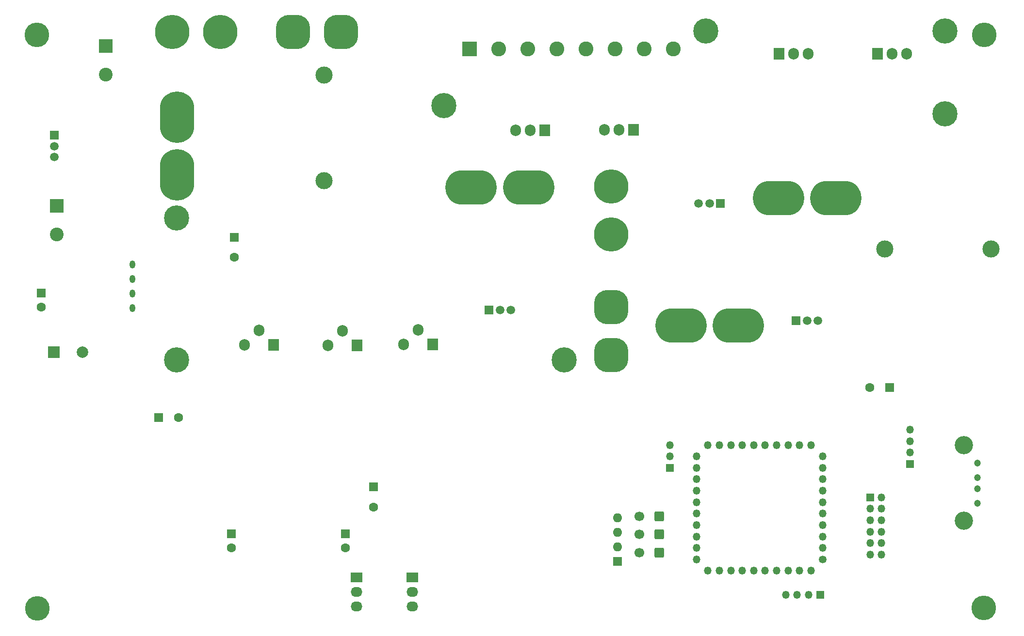
<source format=gbs>
%TF.GenerationSoftware,KiCad,Pcbnew,(6.0.0-rc1-489-g57af990066)*%
%TF.CreationDate,2021-12-17T02:29:25+00:00*%
%TF.ProjectId,solarpump_main,736f6c61-7270-4756-9d70-5f6d61696e2e,1.0*%
%TF.SameCoordinates,Original*%
%TF.FileFunction,Soldermask,Bot*%
%TF.FilePolarity,Negative*%
%FSLAX46Y46*%
G04 Gerber Fmt 4.6, Leading zero omitted, Abs format (unit mm)*
G04 Created by KiCad (PCBNEW (6.0.0-rc1-489-g57af990066)) date 2021-12-17 02:29:25*
%MOMM*%
%LPD*%
G01*
G04 APERTURE LIST*
G04 Aperture macros list*
%AMRoundRect*
0 Rectangle with rounded corners*
0 $1 Rounding radius*
0 $2 $3 $4 $5 $6 $7 $8 $9 X,Y pos of 4 corners*
0 Add a 4 corners polygon primitive as box body*
4,1,4,$2,$3,$4,$5,$6,$7,$8,$9,$2,$3,0*
0 Add four circle primitives for the rounded corners*
1,1,$1+$1,$2,$3*
1,1,$1+$1,$4,$5*
1,1,$1+$1,$6,$7*
1,1,$1+$1,$8,$9*
0 Add four rect primitives between the rounded corners*
20,1,$1+$1,$2,$3,$4,$5,0*
20,1,$1+$1,$4,$5,$6,$7,0*
20,1,$1+$1,$6,$7,$8,$9,0*
20,1,$1+$1,$8,$9,$2,$3,0*%
%AMHorizOval*
0 Thick line with rounded ends*
0 $1 width*
0 $2 $3 position (X,Y) of the first rounded end (center of the circle)*
0 $4 $5 position (X,Y) of the second rounded end (center of the circle)*
0 Add line between two ends*
20,1,$1,$2,$3,$4,$5,0*
0 Add two circle primitives to create the rounded ends*
1,1,$1,$2,$3*
1,1,$1,$4,$5*%
G04 Aperture macros list end*
%ADD10C,0.700000*%
%ADD11C,4.400000*%
%ADD12R,1.600000X1.600000*%
%ADD13C,1.600000*%
%ADD14C,1.200000*%
%ADD15C,3.200000*%
%ADD16RoundRect,0.250000X0.600000X0.600000X-0.600000X0.600000X-0.600000X-0.600000X0.600000X-0.600000X0*%
%ADD17C,1.700000*%
%ADD18R,1.500000X1.500000*%
%ADD19C,1.500000*%
%ADD20HorizOval,0.800000X0.000000X0.000000X0.000000X0.000000X0*%
%ADD21C,0.800000*%
%ADD22O,9.000000X6.000000*%
%ADD23HorizOval,0.800000X0.000000X0.000000X0.000000X0.000000X0*%
%ADD24C,3.000000*%
%ADD25C,1.350000*%
%ADD26O,1.350000X1.350000*%
%ADD27O,1.000000X1.400000*%
%ADD28R,1.350000X1.350000*%
%ADD29R,1.905000X2.000000*%
%ADD30O,1.905000X2.000000*%
%ADD31R,2.030000X1.730000*%
%ADD32O,2.030000X1.730000*%
%ADD33RoundRect,2.400000X-0.600000X0.600000X-0.600000X-0.600000X0.600000X-0.600000X0.600000X0.600000X0*%
%ADD34RoundRect,2.400000X0.600000X0.600000X-0.600000X0.600000X-0.600000X-0.600000X0.600000X-0.600000X0*%
%ADD35C,6.000000*%
%ADD36R,2.400000X2.400000*%
%ADD37C,2.400000*%
%ADD38C,4.300000*%
%ADD39O,1.600000X1.600000*%
%ADD40R,2.000000X2.000000*%
%ADD41C,2.000000*%
%ADD42HorizOval,0.800000X0.000000X0.000000X0.000000X0.000000X0*%
%ADD43HorizOval,0.800000X0.000000X0.000000X0.000000X0.000000X0*%
%ADD44R,2.600000X2.600000*%
%ADD45C,2.600000*%
%ADD46HorizOval,0.800000X0.000000X0.000000X0.000000X0.000000X0*%
%ADD47O,6.000000X9.000000*%
%ADD48HorizOval,0.800000X0.000000X0.000000X0.000000X0.000000X0*%
%ADD49RoundRect,2.400000X0.600000X-0.600000X0.600000X0.600000X-0.600000X0.600000X-0.600000X-0.600000X0*%
G04 APERTURE END LIST*
D10*
%TO.C,HS4*%
X139105000Y-65191000D03*
D11*
X139105000Y-63541000D03*
D10*
X139105000Y-61891000D03*
X140271726Y-64707726D03*
X137938274Y-62374274D03*
X140755000Y-63541000D03*
X137938274Y-64707726D03*
X137455000Y-63541000D03*
X140271726Y-62374274D03*
%TD*%
D12*
%TO.C,CP7*%
X171255000Y-125891000D03*
D13*
X167755000Y-125891000D03*
%TD*%
D14*
%TO.C,J4*%
X186594635Y-139066000D03*
X186594635Y-141566000D03*
X186594635Y-143566000D03*
X186594635Y-146066000D03*
D15*
X184194635Y-149166000D03*
X184194635Y-135966000D03*
%TD*%
D16*
%TO.C,TH1*%
X131020155Y-154686000D03*
D17*
X127520155Y-154686000D03*
%TD*%
D18*
%TO.C,U6*%
X101289675Y-112277630D03*
D19*
X103199675Y-112277630D03*
X105109675Y-112277630D03*
D20*
X104249675Y-90247630D03*
D21*
X112149675Y-90247630D03*
X104999675Y-92537630D03*
X104999675Y-89217630D03*
X106199675Y-88827630D03*
X110199675Y-88827630D03*
X107529675Y-88827630D03*
X111399675Y-89217630D03*
X107529675Y-92927630D03*
D22*
X108199675Y-90877630D03*
D21*
X108869675Y-88827630D03*
X111399675Y-92537630D03*
D23*
X104249675Y-91507630D03*
D21*
X108869675Y-92927630D03*
X110199675Y-92927630D03*
X112149675Y-91507630D03*
X106199675Y-92927630D03*
X98869675Y-88827630D03*
X100199675Y-92927630D03*
X94249675Y-91507630D03*
D20*
X102149675Y-91507630D03*
D21*
X98869675Y-92927630D03*
X96199675Y-92927630D03*
X101399675Y-92537630D03*
X100199675Y-88827630D03*
X94999675Y-89217630D03*
X101399675Y-89217630D03*
D22*
X98199675Y-90877630D03*
D21*
X94249675Y-90247630D03*
X96199675Y-88827630D03*
D23*
X102149675Y-90247630D03*
D21*
X97529675Y-88827630D03*
X97529675Y-92927630D03*
X94999675Y-92537630D03*
%TD*%
D16*
%TO.C,TH3*%
X131020155Y-148336000D03*
D17*
X127520155Y-148336000D03*
%TD*%
D24*
%TO.C,L1*%
X72536235Y-89734000D03*
X72536235Y-71234000D03*
%TD*%
D25*
%TO.C,MCU1*%
X159505000Y-155891000D03*
D26*
X159505000Y-153891000D03*
X159505000Y-151891000D03*
X159505000Y-149891000D03*
X159505000Y-147891000D03*
X159505000Y-145891000D03*
X159505000Y-143891000D03*
X159505000Y-141891000D03*
X159505000Y-139891000D03*
X159505000Y-137891000D03*
X157505000Y-135891000D03*
X155505000Y-135891000D03*
X153505000Y-135891000D03*
X151505000Y-135891000D03*
X149505000Y-135891000D03*
X147505000Y-135891000D03*
X145505000Y-135891000D03*
X143505000Y-135891000D03*
X141505000Y-135891000D03*
X139505000Y-135891000D03*
X137505000Y-137891000D03*
X137505000Y-139891000D03*
X137505000Y-141891000D03*
X137505000Y-143891000D03*
X137505000Y-145891000D03*
X137505000Y-147891000D03*
X137505000Y-149891000D03*
X137505000Y-151891000D03*
X137505000Y-153891000D03*
X137505000Y-155891000D03*
X139505000Y-157891000D03*
X141505000Y-157891000D03*
X143505000Y-157891000D03*
X145505000Y-157891000D03*
X147505000Y-157891000D03*
X149505000Y-157891000D03*
X151505000Y-157891000D03*
X153505000Y-157891000D03*
X155505000Y-157891000D03*
X157505000Y-157891000D03*
%TD*%
D27*
%TO.C,U5*%
X39031235Y-104316000D03*
X39031235Y-106856000D03*
X39031235Y-109396000D03*
X39031235Y-111936000D03*
%TD*%
D12*
%TO.C,CP6*%
X43605635Y-131136000D03*
D13*
X47105635Y-131136000D03*
%TD*%
D28*
%TO.C,J5*%
X167820155Y-145059070D03*
D26*
X169820155Y-145059070D03*
X167820155Y-147059070D03*
X169820155Y-147059070D03*
X167820155Y-149059070D03*
X169820155Y-149059070D03*
X167820155Y-151059070D03*
X169820155Y-151059070D03*
X167820155Y-153059070D03*
X169820155Y-153059070D03*
X167820155Y-155059070D03*
X169820155Y-155059070D03*
%TD*%
D16*
%TO.C,TH2*%
X131020155Y-151511000D03*
D17*
X127520155Y-151511000D03*
%TD*%
D29*
%TO.C,Q2*%
X91495000Y-118333500D03*
D30*
X88955000Y-115793500D03*
X86415000Y-118333500D03*
%TD*%
D28*
%TO.C,J13*%
X159080200Y-162052000D03*
D26*
X157080200Y-162052000D03*
X155080200Y-162052000D03*
X153080200Y-162052000D03*
%TD*%
D31*
%TO.C,J8*%
X78181235Y-159016000D03*
D32*
X78181235Y-161556000D03*
X78181235Y-164096000D03*
%TD*%
D33*
%TO.C,F1*%
X75505000Y-63741000D03*
D34*
X67105000Y-63741000D03*
D35*
X46005000Y-63741000D03*
X54405000Y-63741000D03*
%TD*%
D10*
%TO.C,HS6*%
X95055000Y-76541000D03*
X92238274Y-75374274D03*
X91755000Y-76541000D03*
D11*
X93405000Y-76541000D03*
D10*
X94571726Y-77707726D03*
X92238274Y-77707726D03*
X93405000Y-78191000D03*
X93405000Y-74891000D03*
X94571726Y-75374274D03*
%TD*%
D36*
%TO.C,CP3*%
X25876435Y-94116000D03*
D37*
X25876435Y-99116000D03*
%TD*%
D38*
%TO.C,H4*%
X22455000Y-164491000D03*
%TD*%
D10*
%TO.C,HS5*%
X179688274Y-64707726D03*
X182505000Y-63541000D03*
X179205000Y-63541000D03*
D11*
X180855000Y-63541000D03*
D10*
X179688274Y-62374274D03*
X182021726Y-62374274D03*
X180855000Y-61891000D03*
X182021726Y-64707726D03*
X180855000Y-65191000D03*
%TD*%
D29*
%TO.C,Q8*%
X151905000Y-67541000D03*
D30*
X154445000Y-67541000D03*
X156985000Y-67541000D03*
%TD*%
D12*
%TO.C,RN1*%
X123705000Y-156259070D03*
D39*
X123705000Y-153719070D03*
X123705000Y-151179070D03*
X123705000Y-148639070D03*
%TD*%
D12*
%TO.C,C31*%
X56305635Y-151405200D03*
D13*
X56305635Y-153905200D03*
%TD*%
D24*
%TO.C,L5*%
X188905000Y-101641000D03*
X170405000Y-101641000D03*
%TD*%
D40*
%TO.C,CP4*%
X25368435Y-119655200D03*
D41*
X30368435Y-119655200D03*
%TD*%
D29*
%TO.C,Q3*%
X78231235Y-118486000D03*
D30*
X75691235Y-115946000D03*
X73151235Y-118486000D03*
%TD*%
D28*
%TO.C,J3*%
X174771235Y-139213200D03*
D26*
X174771235Y-137213200D03*
X174771235Y-135213200D03*
X174771235Y-133213200D03*
%TD*%
D28*
%TO.C,J2*%
X132842000Y-139891000D03*
D26*
X132842000Y-137891000D03*
X132842000Y-135891000D03*
%TD*%
D10*
%TO.C,HS7*%
X182021726Y-76849274D03*
X180855000Y-79666000D03*
X179688274Y-79182726D03*
X179688274Y-76849274D03*
X182505000Y-78016000D03*
X182021726Y-79182726D03*
X180855000Y-76366000D03*
X179205000Y-78016000D03*
D11*
X180855000Y-78016000D03*
%TD*%
D36*
%TO.C,CP1*%
X34405000Y-66141000D03*
D37*
X34405000Y-71141000D03*
%TD*%
D12*
%TO.C,CP2*%
X56805000Y-99589200D03*
D13*
X56805000Y-103089200D03*
%TD*%
D29*
%TO.C,Q12*%
X126555000Y-80847630D03*
D30*
X124015000Y-80847630D03*
X121475000Y-80847630D03*
%TD*%
D31*
%TO.C,J9*%
X87954035Y-159016000D03*
D32*
X87954035Y-161556000D03*
X87954035Y-164096000D03*
%TD*%
D12*
%TO.C,C30*%
X76219235Y-151405200D03*
D13*
X76219235Y-153905200D03*
%TD*%
D10*
%TO.C,HS1*%
X45638274Y-122182726D03*
X47971726Y-119849274D03*
X45638274Y-119849274D03*
X46805000Y-122666000D03*
X45155000Y-121016000D03*
X47971726Y-122182726D03*
X48455000Y-121016000D03*
D11*
X46805000Y-121016000D03*
D10*
X46805000Y-119366000D03*
%TD*%
D29*
%TO.C,Q11*%
X111005000Y-80877630D03*
D30*
X108465000Y-80877630D03*
X105925000Y-80877630D03*
%TD*%
D10*
%TO.C,HS3*%
X45155000Y-96191000D03*
X46805000Y-94541000D03*
D11*
X46805000Y-96191000D03*
D10*
X47971726Y-95024274D03*
X45638274Y-97357726D03*
X46805000Y-97841000D03*
X45638274Y-95024274D03*
X48455000Y-96191000D03*
X47971726Y-97357726D03*
%TD*%
D38*
%TO.C,H2*%
X187755000Y-64241000D03*
%TD*%
D29*
%TO.C,Q7*%
X169105000Y-67541000D03*
D30*
X171645000Y-67541000D03*
X174185000Y-67541000D03*
%TD*%
D10*
%TO.C,HS2*%
X115571726Y-119849274D03*
X116055000Y-121016000D03*
X114405000Y-122666000D03*
X113238274Y-119849274D03*
X112755000Y-121016000D03*
X114405000Y-119366000D03*
D11*
X114405000Y-121016000D03*
D10*
X115571726Y-122182726D03*
X113238274Y-122182726D03*
%TD*%
D18*
%TO.C,U12*%
X141715000Y-93652630D03*
D19*
X139805000Y-93652630D03*
X137895000Y-93652630D03*
D42*
X138755000Y-114422630D03*
D21*
X134135000Y-117102630D03*
X136805000Y-117102630D03*
D22*
X134805000Y-115052630D03*
D21*
X135475000Y-113002630D03*
X138005000Y-113392630D03*
X131605000Y-113392630D03*
X130855000Y-115682630D03*
X135475000Y-117102630D03*
D43*
X138755000Y-115682630D03*
D21*
X130855000Y-114422630D03*
X132805000Y-117102630D03*
X131605000Y-116712630D03*
X136805000Y-113002630D03*
X138005000Y-116712630D03*
X132805000Y-113002630D03*
X134135000Y-113002630D03*
X148755000Y-115682630D03*
X145475000Y-113002630D03*
X142805000Y-117102630D03*
X148755000Y-114422630D03*
X144135000Y-117102630D03*
D43*
X140855000Y-114422630D03*
D42*
X140855000Y-115682630D03*
D22*
X144805000Y-115052630D03*
D21*
X146805000Y-117102630D03*
X146805000Y-113002630D03*
X141605000Y-113392630D03*
X145475000Y-117102630D03*
X144135000Y-113002630D03*
X142805000Y-113002630D03*
X141605000Y-116712630D03*
X148005000Y-116712630D03*
X148005000Y-113392630D03*
%TD*%
D18*
%TO.C,U13*%
X154905000Y-114166000D03*
D19*
X156815000Y-114166000D03*
X158725000Y-114166000D03*
D21*
X161145000Y-90716000D03*
D20*
X157865000Y-92136000D03*
D21*
X162485000Y-90716000D03*
D22*
X161815000Y-92766000D03*
D21*
X163815000Y-90716000D03*
X159815000Y-90716000D03*
X162485000Y-94816000D03*
X165015000Y-91106000D03*
X158615000Y-94426000D03*
X159815000Y-94816000D03*
X161145000Y-94816000D03*
X165765000Y-92136000D03*
X158615000Y-91106000D03*
X163815000Y-94816000D03*
D23*
X157865000Y-93396000D03*
D21*
X165765000Y-93396000D03*
X165015000Y-94426000D03*
X148615000Y-94426000D03*
X153815000Y-94816000D03*
X149815000Y-94816000D03*
X153815000Y-90716000D03*
X147865000Y-93396000D03*
X152485000Y-90716000D03*
X151145000Y-94816000D03*
X149815000Y-90716000D03*
X155015000Y-91106000D03*
D23*
X155765000Y-92136000D03*
D21*
X155015000Y-94426000D03*
X152485000Y-94816000D03*
D22*
X151815000Y-92766000D03*
D20*
X155765000Y-93396000D03*
D21*
X147865000Y-92136000D03*
X151145000Y-90716000D03*
X148615000Y-91106000D03*
%TD*%
D44*
%TO.C,J1*%
X97905000Y-66641000D03*
D45*
X102985000Y-66641000D03*
X108065000Y-66641000D03*
X113145000Y-66641000D03*
X118225000Y-66641000D03*
X123305000Y-66641000D03*
X128385000Y-66641000D03*
X133465000Y-66641000D03*
%TD*%
D29*
%TO.C,Q1*%
X63705000Y-118411000D03*
D30*
X61165000Y-115871000D03*
X58625000Y-118411000D03*
%TD*%
D38*
%TO.C,H3*%
X187655000Y-164391000D03*
%TD*%
D12*
%TO.C,CP5*%
X81127600Y-143226400D03*
D13*
X81127600Y-146726400D03*
%TD*%
D38*
%TO.C,H1*%
X22355000Y-64191000D03*
%TD*%
D18*
%TO.C,U3*%
X25430000Y-81741000D03*
D19*
X25430000Y-83651000D03*
X25430000Y-85561000D03*
D46*
X47460000Y-84701000D03*
D21*
X45170000Y-91851000D03*
X44780000Y-87981000D03*
X44780000Y-89321000D03*
X45170000Y-85451000D03*
X47460000Y-92601000D03*
X48490000Y-85451000D03*
X48880000Y-90651000D03*
D47*
X46830000Y-88651000D03*
D21*
X44780000Y-86651000D03*
X48880000Y-89321000D03*
X48490000Y-91851000D03*
X46200000Y-92601000D03*
D48*
X46200000Y-84701000D03*
D21*
X48880000Y-87981000D03*
X48880000Y-86651000D03*
X44780000Y-90651000D03*
X45170000Y-75451000D03*
X44780000Y-76651000D03*
X44780000Y-80651000D03*
X48880000Y-77981000D03*
X46200000Y-74701000D03*
D46*
X46200000Y-82601000D03*
D21*
X48490000Y-75451000D03*
X47460000Y-74701000D03*
X44780000Y-79321000D03*
D47*
X46830000Y-78651000D03*
D21*
X44780000Y-77981000D03*
X48880000Y-80651000D03*
X48880000Y-79321000D03*
X45170000Y-81851000D03*
X48490000Y-81851000D03*
X48880000Y-76651000D03*
D48*
X47460000Y-82601000D03*
%TD*%
D12*
%TO.C,CP8*%
X23181235Y-109316000D03*
D13*
X23181235Y-111816000D03*
%TD*%
D34*
%TO.C,F2*%
X122605000Y-120202630D03*
D49*
X122605000Y-111802630D03*
D35*
X122605000Y-99102630D03*
X122605000Y-90702630D03*
%TD*%
M02*

</source>
